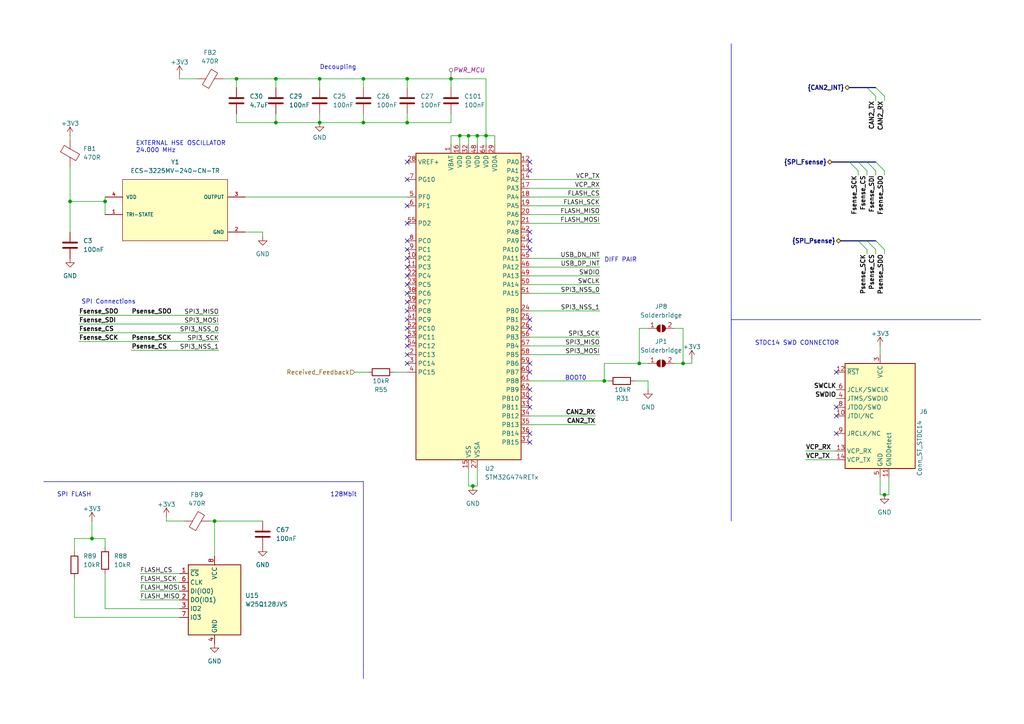
<source format=kicad_sch>
(kicad_sch (version 20250114) (generator "eeschema") (generator_version "9.0")
  (paper "A4")
  (title_block (title "Sensor MCU") (date "2025-08-23") (rev "0") (company "E.R.I.G. e.V"))
  (lib_symbols
    (symbol "24MHz OSCILLATOR:ECS-3225MV-240-CN-TR" (pin_names (offset 1.016))
      (property "Reference" "Y" (at -15.5364 8.1503 0))
      (property "Value" "ECS-3225MV-240-CN-TR" (at -15.0127 -12.977 0))
      (symbol "ECS-3225MV-240-CN-TR_0_0"
        (rectangle (start -15.24 -10.16) (end 15.24 7.62) (stroke (width 0.1524)) (fill (type background)))
        (pin input line (at -20.32 2.54 0) (length 5.08) (name "VDD") (number "4"))
        (pin input line (at -20.32 -2.54 0) (length 5.08) (name "TRI-STATE") (number "1"))
        (pin output line (at 20.32 2.54 180) (length 5.08) (name "OUTPUT") (number "3"))
        (pin power_in line (at 20.32 -7.62 180) (length 5.08) (name "GND") (number "2"))
      )
    )
    (symbol "Connector:Conn_ST_STDC14"
      (property "Reference" "J" (at -8.89 16.51 0))
      (property "Value" "Conn_ST_STDC14" (at 17.78 16.51 0))
      (symbol "Conn_ST_STDC14_0_1"
        (rectangle (start -10.16 15.24) (end 10.16 -15.24) (stroke (width 0.254)) (fill (type background)))
      )
      (symbol "Conn_ST_STDC14_1_1"
        (pin no_connect line (at -10.16 5.08 0) (length 2.54) (hide yes) (name "NC") (number "1"))
        (pin no_connect line (at -10.16 2.54 0) (length 2.54) (hide yes) (name "NC") (number "2"))
        (pin passive line (at -2.54 -17.78 90) (length 2.54) (name "GNDDetect") (number "11"))
        (pin power_in line (at 0 17.78 270) (length 2.54) (name "VCC") (number "3"))
        (pin power_in line (at 0 -17.78 90) (length 2.54) (name "GND") (number "5"))
        (pin passive line (at 0 -17.78 90) (length 2.54) (hide yes) (name "GND") (number "7"))
        (pin open_collector line (at 12.7 12.7 180) (length 2.54) (name "~{RST}") (number "12"))
        (pin output line (at 12.7 7.62 180) (length 2.54) (name "JCLK/SWCLK") (number "6"))
        (pin bidirectional line (at 12.7 5.08 180) (length 2.54) (name "JTMS/SWDIO") (number "4"))
        (pin input line (at 12.7 2.54 180) (length 2.54) (name "JTDO/SWO") (number "8"))
        (pin output line (at 12.7 0 180) (length 2.54) (name "JTDI/NC") (number "10"))
        (pin input line (at 12.7 -5.08 180) (length 2.54) (name "JRCLK/NC") (number "9"))
        (pin output line (at 12.7 -10.16 180) (length 2.54) (name "VCP_RX") (number "13"))
        (pin input line (at 12.7 -12.7 180) (length 2.54) (name "VCP_TX") (number "14"))
      )
    )
    (symbol "Device:C" (pin_numbers (hide yes)) (pin_names (offset 0.254))
      (property "Reference" "C" (at 0.635 2.54 0))
      (property "Value" "C" (at 0.635 -2.54 0))
      (symbol "C_0_1"
        (polyline (pts (xy -2.032 0.762) (xy 2.032 0.762)) (stroke (width 0.508)))
        (polyline (pts (xy -2.032 -0.762) (xy 2.032 -0.762)) (stroke (width 0.508)))
      )
      (symbol "C_1_1"
        (pin passive line (at 0 3.81 270) (length 2.794) (name "~") (number "1"))
        (pin passive line (at 0 -3.81 90) (length 2.794) (name "~") (number "2"))
      )
    )
    (symbol "Device:FerriteBead" (pin_numbers (hide yes)) (pin_names (offset 0))
      (property "Reference" "FB" (at -3.81 0.635 90))
      (property "Value" "FerriteBead" (at 3.81 0 90))
      (symbol "FerriteBead_0_1"
        (polyline (pts (xy -2.7686 0.4064) (xy -1.7018 2.2606) (xy 2.7686 -0.3048) (xy 1.6764 -2.159) (xy -2.7686 0.4064)))
        (polyline (pts (xy 0 1.27) (xy 0 1.2954)))
        (polyline (pts (xy 0 -1.27) (xy 0 -1.2192)))
      )
      (symbol "FerriteBead_1_1"
        (pin passive line (at 0 3.81 270) (length 2.54) (name "~") (number "1"))
        (pin passive line (at 0 -3.81 90) (length 2.54) (name "~") (number "2"))
      )
    )
    (symbol "Device:R" (pin_numbers (hide yes)) (pin_names (offset 0))
      (property "Reference" "R" (at 2.032 0 90))
      (property "Value" "R" (at 0 0 90))
      (symbol "R_0_1"
        (rectangle (start -1.016 -2.54) (end 1.016 2.54) (stroke (width 0.254)))
      )
      (symbol "R_1_1"
        (pin passive line (at 0 3.81 270) (length 1.27) (name "~") (number "1"))
        (pin passive line (at 0 -3.81 90) (length 1.27) (name "~") (number "2"))
      )
    )
    (symbol "Jumper:SolderJumper_2_Open" (pin_names (offset 0) (hide yes))
      (property "Reference" "JP" (at 0 2.032 0))
      (property "Value" "SolderJumper_2_Open" (at 0 -2.54 0))
      (symbol "SolderJumper_2_Open_0_1"
        (polyline (pts (xy -0.254 1.016) (xy -0.254 -1.016)))
        (arc (start -0.254 -1.016) (mid -1.2656 0) (end -0.254 1.016))
        (arc (start -0.254 -1.016) (mid -1.2656 0) (end -0.254 1.016) (fill (type outline)))
        (arc (start 0.254 1.016) (mid 1.2656 0) (end 0.254 -1.016))
        (arc (start 0.254 1.016) (mid 1.2656 0) (end 0.254 -1.016) (fill (type outline)))
        (polyline (pts (xy 0.254 1.016) (xy 0.254 -1.016)))
      )
      (symbol "SolderJumper_2_Open_1_1"
        (pin passive line (at -3.81 0 0) (length 2.54) (name "A") (number "1"))
        (pin passive line (at 3.81 0 180) (length 2.54) (name "B") (number "2"))
      )
    )
    (symbol "MCU_ST_STM32G4:STM32G474RETx"
      (property "Reference" "U" (at -15.24 46.99 0))
      (property "Value" "STM32G474RETx" (at 10.16 46.99 0))
      (symbol "STM32G474RETx_0_1"
        (rectangle (start -15.24 -43.18) (end 15.24 45.72) (stroke (width 0.254)) (fill (type background)))
      )
      (symbol "STM32G474RETx_1_1"
        (pin input line (at -17.78 43.18 0) (length 2.54) (name "VREF+") (number "28"))
        (pin bidirectional line (at -17.78 38.1 0) (length 2.54) (name "PG10") (number "7"))
        (pin bidirectional line (at -17.78 33.02 0) (length 2.54) (name "PF0") (number "5"))
        (pin bidirectional line (at -17.78 30.48 0) (length 2.54) (name "PF1") (number "6"))
        (pin bidirectional line (at -17.78 25.4 0) (length 2.54) (name "PD2") (number "55"))
        (pin bidirectional line (at -17.78 20.32 0) (length 2.54) (name "PC0") (number "8"))
        (pin bidirectional line (at -17.78 17.78 0) (length 2.54) (name "PC1") (number "9"))
        (pin bidirectional line (at -17.78 15.24 0) (length 2.54) (name "PC2") (number "10"))
        (pin bidirectional line (at -17.78 12.7 0) (length 2.54) (name "PC3") (number "11"))
        (pin bidirectional line (at -17.78 10.16 0) (length 2.54) (name "PC4") (number "22"))
        (pin bidirectional line (at -17.78 7.62 0) (length 2.54) (name "PC5") (number "23"))
        (pin bidirectional line (at -17.78 5.08 0) (length 2.54) (name "PC6") (number "38"))
        (pin bidirectional line (at -17.78 2.54 0) (length 2.54) (name "PC7") (number "39"))
        (pin bidirectional line (at -17.78 0 0) (length 2.54) (name "PC8") (number "40"))
        (pin bidirectional line (at -17.78 -2.54 0) (length 2.54) (name "PC9") (number "41"))
        (pin bidirectional line (at -17.78 -5.08 0) (length 2.54) (name "PC10") (number "52"))
        (pin bidirectional line (at -17.78 -7.62 0) (length 2.54) (name "PC11") (number "53"))
        (pin bidirectional line (at -17.78 -10.16 0) (length 2.54) (name "PC12") (number "54"))
        (pin bidirectional line (at -17.78 -12.7 0) (length 2.54) (name "PC13") (number "2"))
        (pin bidirectional line (at -17.78 -15.24 0) (length 2.54) (name "PC14") (number "3"))
        (pin bidirectional line (at -17.78 -17.78 0) (length 2.54) (name "PC15") (number "4"))
        (pin power_in line (at -5.08 48.26 270) (length 2.54) (name "VBAT") (number "1"))
        (pin power_in line (at -2.54 48.26 270) (length 2.54) (name "VDD") (number "16"))
        (pin power_in line (at 0 48.26 270) (length 2.54) (name "VDD") (number "32"))
        (pin power_in line (at 0 -45.72 90) (length 2.54) (name "VSS") (number "15"))
        (pin passive line (at 0 -45.72 90) (length 2.54) (hide yes) (name "VSS") (number "31"))
        (pin passive line (at 0 -45.72 90) (length 2.54) (hide yes) (name "VSS") (number "47"))
        (pin passive line (at 0 -45.72 90) (length 2.54) (hide yes) (name "VSS") (number "63"))
        (pin power_in line (at 2.54 48.26 270) (length 2.54) (name "VDD") (number "48"))
        (pin power_in line (at 2.54 -45.72 90) (length 2.54) (name "VSSA") (number "27"))
        (pin power_in line (at 5.08 48.26 270) (length 2.54) (name "VDD") (number "64"))
        (pin power_in line (at 7.62 48.26 270) (length 2.54) (name "VDDA") (number "29"))
        (pin bidirectional line (at 17.78 43.18 180) (length 2.54) (name "PA0") (number "12"))
        (pin bidirectional line (at 17.78 40.64 180) (length 2.54) (name "PA1") (number "13"))
        (pin bidirectional line (at 17.78 38.1 180) (length 2.54) (name "PA2") (number "14"))
        (pin bidirectional line (at 17.78 35.56 180) (length 2.54) (name "PA3") (number "17"))
        (pin bidirectional line (at 17.78 33.02 180) (length 2.54) (name "PA4") (number "18"))
        (pin bidirectional line (at 17.78 30.48 180) (length 2.54) (name "PA5") (number "19"))
        (pin bidirectional line (at 17.78 27.94 180) (length 2.54) (name "PA6") (number "20"))
        (pin bidirectional line (at 17.78 25.4 180) (length 2.54) (name "PA7") (number "21"))
        (pin bidirectional line (at 17.78 22.86 180) (length 2.54) (name "PA8") (number "42"))
        (pin bidirectional line (at 17.78 20.32 180) (length 2.54) (name "PA9") (number "43"))
        (pin bidirectional line (at 17.78 17.78 180) (length 2.54) (name "PA10") (number "44"))
        (pin bidirectional line (at 17.78 15.24 180) (length 2.54) (name "PA11") (number "45"))
        (pin bidirectional line (at 17.78 12.7 180) (length 2.54) (name "PA12") (number "46"))
        (pin bidirectional line (at 17.78 10.16 180) (length 2.54) (name "PA13") (number "49"))
        (pin bidirectional line (at 17.78 7.62 180) (length 2.54) (name "PA14") (number "50"))
        (pin bidirectional line (at 17.78 5.08 180) (length 2.54) (name "PA15") (number "51"))
        (pin bidirectional line (at 17.78 0 180) (length 2.54) (name "PB0") (number "24"))
        (pin bidirectional line (at 17.78 -2.54 180) (length 2.54) (name "PB1") (number "25"))
        (pin bidirectional line (at 17.78 -5.08 180) (length 2.54) (name "PB2") (number "26"))
        (pin bidirectional line (at 17.78 -7.62 180) (length 2.54) (name "PB3") (number "56"))
        (pin bidirectional line (at 17.78 -10.16 180) (length 2.54) (name "PB4") (number "57"))
        (pin bidirectional line (at 17.78 -12.7 180) (length 2.54) (name "PB5") (number "58"))
        (pin bidirectional line (at 17.78 -15.24 180) (length 2.54) (name "PB6") (number "59"))
        (pin bidirectional line (at 17.78 -17.78 180) (length 2.54) (name "PB7") (number "60"))
        (pin bidirectional line (at 17.78 -20.32 180) (length 2.54) (name "PB8") (number "61"))
        (pin bidirectional line (at 17.78 -22.86 180) (length 2.54) (name "PB9") (number "62"))
        (pin bidirectional line (at 17.78 -25.4 180) (length 2.54) (name "PB10") (number "30"))
        (pin bidirectional line (at 17.78 -27.94 180) (length 2.54) (name "PB11") (number "33"))
        (pin bidirectional line (at 17.78 -30.48 180) (length 2.54) (name "PB12") (number "34"))
        (pin bidirectional line (at 17.78 -33.02 180) (length 2.54) (name "PB13") (number "35"))
        (pin bidirectional line (at 17.78 -35.56 180) (length 2.54) (name "PB14") (number "36"))
        (pin bidirectional line (at 17.78 -38.1 180) (length 2.54) (name "PB15") (number "37"))
      )
    )
    (symbol "Memory_Flash:W25Q128JVS"
      (property "Reference" "U" (at -8.89 8.89 0))
      (property "Value" "W25Q128JVS" (at 7.62 8.89 0))
      (symbol "W25Q128JVS_0_1"
        (rectangle (start -7.62 10.16) (end 7.62 -10.16) (stroke (width 0.254)) (fill (type background)))
      )
      (symbol "W25Q128JVS_1_1"
        (pin input line (at -10.16 7.62 0) (length 2.54) (name "~{CS}") (number "1"))
        (pin input line (at -10.16 5.08 0) (length 2.54) (name "CLK") (number "6"))
        (pin bidirectional line (at -10.16 2.54 0) (length 2.54) (name "DI(IO0)") (number "5"))
        (pin bidirectional line (at -10.16 0 0) (length 2.54) (name "DO(IO1)") (number "2"))
        (pin bidirectional line (at -10.16 -2.54 0) (length 2.54) (name "IO2") (number "3"))
        (pin bidirectional line (at -10.16 -5.08 0) (length 2.54) (name "IO3") (number "7"))
        (pin power_in line (at 0 12.7 270) (length 2.54) (name "VCC") (number "8"))
        (pin power_in line (at 0 -12.7 90) (length 2.54) (name "GND") (number "4"))
      )
    )
    (symbol "power:+3V3" (power) (pin_numbers (hide yes)) (pin_names (offset 0) (hide yes))
      (property "Value" "+3V3" (at 0 3.556 0))
      (symbol "+3V3_0_1"
        (polyline (pts (xy -0.762 1.27) (xy 0 2.54)))
        (polyline (pts (xy 0 2.54) (xy 0.762 1.27)))
        (polyline (pts (xy 0 0) (xy 0 2.54)))
      )
      (symbol "+3V3_1_1"
        (pin power_in line (at 0 0 90) (length 0) (name "~") (number "1"))
      )
    )
    (symbol "power:GND" (power) (pin_names (offset 0))
      (property "Value" "GND" (at 0 -3.81 0))
      (symbol "GND_0_1"
        (polyline (pts (xy 0 0) (xy 0 -1.27) (xy 1.27 -1.27) (xy 0 -2.54) (xy -1.27 -1.27) (xy 0 -1.27)))
      )
      (symbol "GND_1_1"
        (pin power_in line (at 0 0 270) (length 0) (hide yes) (name "GND") (number "1"))
      )
    )
  )
  (text "SPI Connections" (at 31.496 87.63 0) (effects (font (size 1.27 1.27))))
  (text "EXTERNAL HSE OSCILLATOR\n24.000 MHz" (at 39.37 44.45 0) (effects (font (size 1.27 1.27)) (justify left bottom)))
  (text "128Mbit" (at 95.758 144.272 0) (effects (font (size 1.27 1.27)) (justify left bottom)))
  (text "Decoupling\n" (at 92.71 20.32 0) (effects (font (size 1.27 1.27)) (justify left bottom)))
  (text "SPI FLASH\n" (at 16.51 144.272 0) (effects (font (size 1.27 1.27)) (justify left bottom)))
  (text "BOOT0\n" (at 163.83 110.49 0) (effects (font (size 1.27 1.27)) (justify left bottom)))
  (text "DIFF PAIR\n" (at 175.26 76.2 0) (effects (font (size 1.27 1.27)) (justify left bottom)))
  (text "STDC14 SWD CONNECTOR\n" (at 218.948 100.33 0) (effects (font (size 1.27 1.27)) (justify left bottom)))
  (junction (at 256.54 143.51))
  (junction (at 135.89 39.37))
  (junction (at 62.23 151.13))
  (junction (at 105.41 35.56))
  (junction (at 140.97 39.37))
  (junction (at 185.42 105.41))
  (junction (at 133.35 39.37))
  (junction (at 175.26 110.49))
  (junction (at 80.01 22.86))
  (junction (at 118.11 22.86))
  (junction (at 30.48 58.42))
  (junction (at 92.71 35.56))
  (junction (at 68.58 22.86))
  (junction (at 138.43 39.37))
  (junction (at 80.01 35.56))
  (junction (at 198.12 105.41))
  (junction (at 137.16 140.97))
  (junction (at 20.32 58.42))
  (junction (at 26.67 156.21))
  (junction (at 92.71 22.86))
  (junction (at 118.11 35.56))
  (junction (at 105.41 22.86))
  (junction (at 130.81 22.86))
  (no_connect (at 118.11 92.71))
  (no_connect (at 153.67 105.41))
  (no_connect (at 153.67 72.39))
  (no_connect (at 153.67 107.95))
  (no_connect (at 118.11 64.77))
  (no_connect (at 153.67 67.31))
  (no_connect (at 118.11 87.63))
  (no_connect (at 153.67 118.11))
  (no_connect (at 242.57 125.73))
  (no_connect (at 118.11 105.41))
  (no_connect (at 242.57 120.65))
  (no_connect (at 153.67 125.73))
  (no_connect (at 118.11 46.99))
  (no_connect (at 153.67 92.71))
  (no_connect (at 153.67 49.53))
  (no_connect (at 153.67 113.03))
  (no_connect (at 153.67 69.85))
  (no_connect (at 118.11 97.79))
  (no_connect (at 118.11 100.33))
  (no_connect (at 118.11 95.25))
  (no_connect (at 118.11 59.69))
  (no_connect (at 242.57 118.11))
  (no_connect (at 153.67 46.99))
  (no_connect (at 242.57 107.95))
  (no_connect (at 118.11 90.17))
  (no_connect (at 153.67 115.57))
  (no_connect (at 118.11 82.55))
  (no_connect (at 153.67 95.25))
  (no_connect (at 118.11 102.87))
  (no_connect (at 118.11 69.85))
  (no_connect (at 118.11 74.93))
  (no_connect (at 118.11 72.39))
  (no_connect (at 153.67 128.27))
  (no_connect (at 118.11 80.01))
  (no_connect (at 118.11 52.07))
  (no_connect (at 118.11 77.47))
  (no_connect (at 118.11 85.09))
  (bus_entry (at 251.46 49.53) (size -2.54 -2.54))
  (bus_entry (at 256.54 49.53) (size -2.54 -2.54))
  (bus_entry (at 256.54 72.39) (size -2.54 -2.54))
  (bus_entry (at 254 72.39) (size -2.54 -2.54))
  (bus_entry (at 254 27.94) (size -2.54 -2.54))
  (bus_entry (at 256.54 27.94) (size -2.54 -2.54))
  (bus_entry (at 251.46 72.39) (size -2.54 -2.54))
  (bus_entry (at 248.92 49.53) (size -2.54 -2.54))
  (bus_entry (at 254 49.53) (size -2.54 -2.54))
  (wire (pts (xy 138.43 41.91) (xy 138.43 39.37)))
  (wire (pts (xy 255.27 138.43) (xy 255.27 143.51)))
  (wire (pts (xy 21.59 156.21) (xy 26.67 156.21)))
  (bus (pts (xy 254 69.85) (xy 251.46 69.85)))
  (wire (pts (xy 20.32 58.42) (xy 20.32 67.31)))
  (wire (pts (xy 130.81 33.02) (xy 130.81 35.56)))
  (wire (pts (xy 153.67 90.17) (xy 173.99 90.17)))
  (wire (pts (xy 21.59 179.07) (xy 52.07 179.07)))
  (wire (pts (xy 105.41 35.56) (xy 118.11 35.56)))
  (wire (pts (xy 40.64 168.91) (xy 52.07 168.91)))
  (wire (pts (xy 173.99 82.55) (xy 153.67 82.55)))
  (wire (pts (xy 22.86 93.98) (xy 63.5 93.98)))
  (wire (pts (xy 76.2 67.31) (xy 76.2 68.58)))
  (wire (pts (xy 187.96 110.49) (xy 184.15 110.49)))
  (polyline (pts (xy 212.09 12.7) (xy 212.09 96.52)))
  (wire (pts (xy 92.71 22.86) (xy 105.41 22.86)))
  (wire (pts (xy 153.67 97.79) (xy 173.99 97.79)))
  (wire (pts (xy 102.87 107.95) (xy 106.68 107.95)))
  (wire (pts (xy 71.12 57.15) (xy 118.11 57.15)))
  (wire (pts (xy 256.54 29.21) (xy 256.54 27.94)))
  (wire (pts (xy 233.68 133.35) (xy 242.57 133.35)))
  (wire (pts (xy 138.43 39.37) (xy 135.89 39.37)))
  (wire (pts (xy 195.58 95.25) (xy 198.12 95.25)))
  (wire (pts (xy 20.32 48.26) (xy 20.32 58.42)))
  (wire (pts (xy 255.27 100.33) (xy 255.27 102.87)))
  (wire (pts (xy 153.67 57.15) (xy 173.99 57.15)))
  (wire (pts (xy 62.23 151.13) (xy 76.2 151.13)))
  (wire (pts (xy 130.81 41.91) (xy 130.81 39.37)))
  (wire (pts (xy 140.97 41.91) (xy 140.97 39.37)))
  (wire (pts (xy 173.99 74.93) (xy 153.67 74.93)))
  (wire (pts (xy 254 29.21) (xy 254 27.94)))
  (wire (pts (xy 200.66 104.14) (xy 200.66 105.41)))
  (wire (pts (xy 22.86 91.44) (xy 63.5 91.44)))
  (wire (pts (xy 140.97 39.37) (xy 138.43 39.37)))
  (wire (pts (xy 195.58 105.41) (xy 198.12 105.41)))
  (polyline (pts (xy 212.09 92.71) (xy 284.48 92.71)))
  (wire (pts (xy 21.59 167.64) (xy 21.59 179.07)))
  (wire (pts (xy 254 72.39) (xy 254 73.66)))
  (wire (pts (xy 135.89 39.37) (xy 135.89 41.91)))
  (wire (pts (xy 80.01 33.02) (xy 80.01 35.56)))
  (wire (pts (xy 52.07 21.59) (xy 52.07 22.86)))
  (wire (pts (xy 130.81 35.56) (xy 118.11 35.56)))
  (wire (pts (xy 153.67 85.09) (xy 173.99 85.09)))
  (wire (pts (xy 26.67 156.21) (xy 30.48 156.21)))
  (wire (pts (xy 153.67 120.65) (xy 172.72 120.65)))
  (bus (pts (xy 251.46 69.85) (xy 248.92 69.85)))
  (wire (pts (xy 68.58 22.86) (xy 64.77 22.86)))
  (wire (pts (xy 175.26 105.41) (xy 175.26 110.49)))
  (wire (pts (xy 257.81 143.51) (xy 257.81 138.43)))
  (wire (pts (xy 92.71 22.86) (xy 92.71 25.4)))
  (wire (pts (xy 30.48 58.42) (xy 30.48 57.15)))
  (wire (pts (xy 135.89 140.97) (xy 137.16 140.97)))
  (bus (pts (xy 254 46.99) (xy 251.46 46.99)))
  (wire (pts (xy 40.64 166.37) (xy 52.07 166.37)))
  (wire (pts (xy 60.96 151.13) (xy 62.23 151.13)))
  (wire (pts (xy 140.97 22.86) (xy 140.97 39.37)))
  (wire (pts (xy 48.26 151.13) (xy 53.34 151.13)))
  (bus (pts (xy 248.92 69.85) (xy 243.84 69.85)))
  (wire (pts (xy 254 49.53) (xy 254 50.8)))
  (wire (pts (xy 30.48 158.75) (xy 30.48 156.21)))
  (wire (pts (xy 251.46 49.53) (xy 251.46 50.8)))
  (wire (pts (xy 68.58 22.86) (xy 80.01 22.86)))
  (bus (pts (xy 248.92 46.99) (xy 246.38 46.99)))
  (wire (pts (xy 130.81 22.86) (xy 130.81 25.4)))
  (wire (pts (xy 185.42 105.41) (xy 175.26 105.41)))
  (polyline (pts (xy 105.41 193.04) (xy 105.41 196.85)))
  (polyline (pts (xy 212.09 151.13) (xy 212.09 92.71)))
  (wire (pts (xy 137.16 140.97) (xy 138.43 140.97)))
  (bus (pts (xy 254 25.4) (xy 251.46 25.4)))
  (wire (pts (xy 57.15 22.86) (xy 52.07 22.86)))
  (wire (pts (xy 62.23 151.13) (xy 62.23 161.29)))
  (wire (pts (xy 153.67 110.49) (xy 175.26 110.49)))
  (wire (pts (xy 153.67 64.77) (xy 173.99 64.77)))
  (wire (pts (xy 130.81 39.37) (xy 133.35 39.37)))
  (wire (pts (xy 92.71 33.02) (xy 92.71 35.56)))
  (bus (pts (xy 251.46 46.99) (xy 248.92 46.99)))
  (wire (pts (xy 133.35 41.91) (xy 133.35 39.37)))
  (wire (pts (xy 71.12 67.31) (xy 76.2 67.31)))
  (wire (pts (xy 153.67 52.07) (xy 173.99 52.07)))
  (wire (pts (xy 30.48 62.23) (xy 30.48 58.42)))
  (wire (pts (xy 153.67 59.69) (xy 173.99 59.69)))
  (wire (pts (xy 80.01 22.86) (xy 92.71 22.86)))
  (wire (pts (xy 130.81 22.86) (xy 140.97 22.86)))
  (wire (pts (xy 20.32 58.42) (xy 30.48 58.42)))
  (wire (pts (xy 114.3 107.95) (xy 118.11 107.95)))
  (bus (pts (xy 251.46 25.4) (xy 246.38 25.4)))
  (wire (pts (xy 185.42 95.25) (xy 187.96 95.25)))
  (wire (pts (xy 153.67 123.19) (xy 172.72 123.19)))
  (wire (pts (xy 40.64 173.99) (xy 52.07 173.99)))
  (wire (pts (xy 38.1 101.6) (xy 63.5 101.6)))
  (wire (pts (xy 153.67 100.33) (xy 173.99 100.33)))
  (wire (pts (xy 68.58 25.4) (xy 68.58 22.86)))
  (wire (pts (xy 80.01 22.86) (xy 80.01 25.4)))
  (wire (pts (xy 80.01 35.56) (xy 92.71 35.56)))
  (wire (pts (xy 143.51 41.91) (xy 143.51 39.37)))
  (wire (pts (xy 68.58 35.56) (xy 80.01 35.56)))
  (wire (pts (xy 143.51 39.37) (xy 140.97 39.37)))
  (wire (pts (xy 153.67 102.87) (xy 173.99 102.87)))
  (wire (pts (xy 22.86 99.06) (xy 63.5 99.06)))
  (polyline (pts (xy 105.41 193.04) (xy 105.41 139.7)))
  (wire (pts (xy 68.58 33.02) (xy 68.58 35.56)))
  (wire (pts (xy 138.43 140.97) (xy 138.43 135.89)))
  (polyline (pts (xy 105.41 139.7) (xy 12.7 139.7)))
  (wire (pts (xy 30.48 166.37) (xy 30.48 176.53)))
  (wire (pts (xy 20.32 39.37) (xy 20.32 40.64)))
  (wire (pts (xy 118.11 22.86) (xy 130.81 22.86)))
  (wire (pts (xy 118.11 25.4) (xy 118.11 22.86)))
  (wire (pts (xy 40.64 171.45) (xy 52.07 171.45)))
  (bus (pts (xy 246.38 46.99) (xy 241.3 46.99)))
  (wire (pts (xy 256.54 143.51) (xy 257.81 143.51)))
  (wire (pts (xy 153.67 54.61) (xy 173.99 54.61)))
  (wire (pts (xy 256.54 50.8) (xy 256.54 49.53)))
  (wire (pts (xy 118.11 35.56) (xy 118.11 33.02)))
  (wire (pts (xy 48.26 149.86) (xy 48.26 151.13)))
  (wire (pts (xy 256.54 73.66) (xy 256.54 72.39)))
  (wire (pts (xy 255.27 143.51) (xy 256.54 143.51)))
  (wire (pts (xy 153.67 62.23) (xy 173.99 62.23)))
  (wire (pts (xy 26.67 151.13) (xy 26.67 156.21)))
  (wire (pts (xy 92.71 35.56) (xy 105.41 35.56)))
  (wire (pts (xy 105.41 33.02) (xy 105.41 35.56)))
  (wire (pts (xy 173.99 77.47) (xy 153.67 77.47)))
  (wire (pts (xy 187.96 105.41) (xy 185.42 105.41)))
  (wire (pts (xy 248.92 50.8) (xy 248.92 49.53)))
  (wire (pts (xy 175.26 110.49) (xy 176.53 110.49)))
  (wire (pts (xy 22.86 96.52) (xy 63.5 96.52)))
  (wire (pts (xy 251.46 73.66) (xy 251.46 72.39)))
  (wire (pts (xy 52.07 176.53) (xy 30.48 176.53)))
  (wire (pts (xy 185.42 105.41) (xy 185.42 95.25)))
  (wire (pts (xy 187.96 113.03) (xy 187.96 110.49)))
  (wire (pts (xy 133.35 39.37) (xy 135.89 39.37)))
  (wire (pts (xy 233.68 130.81) (xy 242.57 130.81)))
  (wire (pts (xy 21.59 156.21) (xy 21.59 160.02)))
  (wire (pts (xy 105.41 25.4) (xy 105.41 22.86)))
  (wire (pts (xy 173.99 80.01) (xy 153.67 80.01)))
  (wire (pts (xy 198.12 105.41) (xy 200.66 105.41)))
  (wire (pts (xy 135.89 135.89) (xy 135.89 140.97)))
  (wire (pts (xy 198.12 95.25) (xy 198.12 105.41)))
  (wire (pts (xy 105.41 22.86) (xy 118.11 22.86)))
  (label "SPI3_MOSI" (at 173.99 102.87 180))
  (label "CAN2_TX" (at 254 29.21 270) (effects (font (bold yes))))
  (label "FLASH_MISO" (at 173.99 62.23 180))
  (label "FLASH_CS" (at 173.99 57.15 180))
  (label "Psense_CS" (at 254 73.66 270) (effects (font (bold yes))))
  (label "VCP_RX" (at 233.68 130.81 0) (effects (font (bold yes))))
  (label "SPI3_NSS_0" (at 63.5 96.52 180))
  (label "VCP_TX" (at 233.68 133.35 0) (effects (font (bold yes))))
  (label "Fsense_CS" (at 251.46 50.8 270) (effects (font (bold yes))))
  (label "Fsense_SDO" (at 22.86 91.44 0) (effects (font (bold yes))))
  (label "USB_DP_INT" (at 173.99 77.47 180))
  (label "CAN2_RX" (at 256.54 29.21 270) (effects (font (bold yes))))
  (label "VCP_RX" (at 173.99 54.61 180))
  (label "USB_DN_INT" (at 173.99 74.93 180))
  (label "FLASH_SCK" (at 173.99 59.69 180))
  (label "SPI3_MISO" (at 63.5 91.44 180))
  (label "FLASH_CS" (at 40.64 166.37 0))
  (label "Psense_CS" (at 38.1 101.6 0) (effects (font (bold yes))))
  (label "CAN2_RX" (at 172.72 120.65 180) (effects (font (bold yes))))
  (label "Fsense_SCK" (at 248.92 50.8 270) (effects (font (bold yes))))
  (label "SWDIO" (at 173.99 80.01 180))
  (label "Psense_SDO" (at 38.1 91.44 0) (effects (font (bold yes))))
  (label "Fsense_CS" (at 22.86 96.52 0) (effects (font (bold yes))))
  (label "CAN2_TX" (at 172.72 123.19 180) (effects (font (bold yes))))
  (label "Psense_SCK" (at 38.1 99.06 0) (effects (font (bold yes))))
  (label "SPI3_NSS_0" (at 173.99 85.09 180))
  (label "SPI3_MISO" (at 173.99 100.33 180))
  (label "SWDIO" (at 242.57 115.57 180) (effects (font (bold yes))))
  (label "Psense_SDO" (at 256.54 73.66 270) (effects (font (bold yes))))
  (label "FLASH_SCK" (at 40.64 168.91 0))
  (label "SPI3_SCK" (at 173.99 97.79 180))
  (label "SPI3_SCK" (at 63.5 99.06 180))
  (label "VCP_TX" (at 173.99 52.07 180))
  (label "SPI3_NSS_1" (at 63.5 101.6 180))
  (label "FLASH_MISO" (at 40.64 173.99 0))
  (label "SPI3_NSS_1" (at 173.99 90.17 180))
  (label "Fsense_SDI" (at 22.86 93.98 0) (effects (font (bold yes))))
  (label "Fsense_SCK" (at 22.86 99.06 0) (effects (font (bold yes))))
  (label "SWCLK" (at 242.57 113.03 180) (effects (font (bold yes))))
  (label "FLASH_MOSI" (at 173.99 64.77 180))
  (label "FLASH_MOSI" (at 40.64 171.45 0))
  (label "Psense_SCK" (at 251.46 73.66 270) (effects (font (bold yes))))
  (label "SWCLK" (at 173.99 82.55 180))
  (label "Fsense_SDO" (at 256.54 50.8 270) (effects (font (bold yes))))
  (label "SPI3_MOSI" (at 63.5 93.98 180))
  (label "Fsense_SDI" (at 254 50.8 270) (effects (font (bold yes))))
  (hierarchical_label "{SPI_Psense}" (shape bidirectional) (at 243.84 69.85 180) (effects (font (bold yes))))
  (hierarchical_label "{SPI_Fsense}" (shape bidirectional) (at 241.3 46.99 180) (effects (font (bold yes))))
  (hierarchical_label "Received_Feedback" (shape input) (at 102.87 107.95 180))
  (hierarchical_label "{CAN2_INT}" (shape bidirectional) (at 246.38 25.4 180) (effects (font (bold yes))))
  (netclass_flag "" (length 2.54) (shape round) (at 130.81 22.86 0) (property "Netclass" "PWR_MCU" (at 131.4196 20.32 0) (effects (font (italic yes)) (justify left))))
  (symbol (lib_id "power:GND") (at 76.2 68.58 0) (unit 1)
    (property "Reference" "#PWR059" (effects (hide yes)))
    (property "Value" "GND" (at 76.2 73.66 0))
  )
  (symbol (lib_id "Device:C") (at 118.11 29.21 0) (unit 1)
    (property "Reference" "C27" (at 121.92 27.94 0) (effects (justify left)))
    (property "Value" "100nF" (at 121.92 30.48 0) (effects (justify left)))
    (property "Footprint" "Capacitor_SMD:C_0603_1608Metric" (effects (hide yes)))
    (property "Datasheet" "WE 885012206020" (effects (hide yes)))
    (property "Voltage" "10V" (effects (hide yes)))
  )
  (symbol (lib_id "Device:C") (at 68.58 29.21 0) (unit 1)
    (property "Reference" "C30" (at 72.39 27.94 0) (effects (justify left)))
    (property "Value" "4.7uF" (at 72.39 30.48 0) (effects (justify left)))
    (property "Footprint" "Capacitor_SMD:C_1210_3225Metric" (effects (hide yes)))
    (property "Datasheet" "WE 885012109008" (effects (hide yes)))
    (property "Voltage" "16V" (effects (hide yes)))
  )
  (symbol (lib_id "Device:C") (at 92.71 29.21 0) (unit 1)
    (property "Reference" "C25" (at 96.52 27.94 0) (effects (justify left)))
    (property "Value" "100nF" (at 96.52 30.48 0) (effects (justify left)))
    (property "Footprint" "Capacitor_SMD:C_0603_1608Metric" (effects (hide yes)))
    (property "Datasheet" "WE 885012206020" (effects (hide yes)))
    (property "Voltage" "10V" (effects (hide yes)))
  )
  (symbol (lib_id "Memory_Flash:W25Q128JVS") (at 62.23 173.99 0) (unit 1)
    (property "Reference" "U15" (at 71.12 172.7199 0) (effects (justify left)))
    (property "Value" "W25Q128JVS" (at 71.12 175.2599 0) (effects (justify left)))
    (property "Footprint" "Package_SO:SOIC-8_5.23x5.23mm_P1.27mm" (effects (hide yes)))
    (property "Datasheet" "http://www.winbond.com/resource-files/w25q128jv_dtr%20revc%2003272018%20plus.pdf" (effects (hide yes)))
    (property "Description" "128Mb Serial Flash Memory, Standard/Dual/Quad SPI, SOIC-8" (effects (hide yes)))
  )
  (symbol (lib_id "power:GND") (at 256.54 143.51 0) (unit 1)
    (property "Reference" "#PWR054" (effects (hide yes)))
    (property "Value" "GND" (at 256.54 148.59 0))
  )
  (symbol (lib_id "Device:C") (at 105.41 29.21 0) (unit 1)
    (property "Reference" "C26" (at 109.22 27.94 0) (effects (justify left)))
    (property "Value" "100nF" (at 109.22 30.48 0) (effects (justify left)))
    (property "Footprint" "Capacitor_SMD:C_0603_1608Metric" (effects (hide yes)))
    (property "Datasheet" "WE 885012206020" (effects (hide yes)))
    (property "Voltage" "10V" (effects (hide yes)))
  )
  (symbol (lib_id "power:+3V3") (at 20.32 39.37 0) (unit 1)
    (property "Reference" "#PWR017" (effects (hide yes)))
    (property "Value" "+3V3" (at 20.32 35.814 0))
    (property "Description" "Power symbol creates a global label with name \"+3V3\"" (effects (hide yes)))
  )
  (symbol (lib_id "power:+3V3") (at 48.26 149.86 0) (unit 1)
    (property "Reference" "#PWR014" (effects (hide yes)))
    (property "Value" "+3V3" (at 48.26 146.304 0))
    (property "Description" "Power symbol creates a global label with name \"+3V3\"" (effects (hide yes)))
  )
  (symbol (lib_id "Device:C") (at 20.32 71.12 0) (unit 1)
    (property "Reference" "C3" (at 24.13 69.85 0) (effects (justify left)))
    (property "Value" "100nF" (at 24.13 72.39 0) (effects (justify left)))
    (property "Footprint" "Capacitor_SMD:C_0603_1608Metric" (effects (hide yes)))
    (property "Datasheet" "WE 885012206020" (effects (hide yes)))
    (property "Voltage" "10V" (effects (hide yes)))
  )
  (symbol (lib_id "power:GND") (at 20.32 74.93 0) (unit 1)
    (property "Reference" "#PWR061" (effects (hide yes)))
    (property "Value" "GND" (at 20.32 80.01 0))
  )
  (symbol (lib_id "Jumper:SolderJumper_2_Open") (at 191.77 95.25 0) (unit 1)
    (property "Reference" "JP8" (at 191.77 88.9 0))
    (property "Value" "Solderbridge" (at 191.77 91.44 0))
    (property "Footprint" "Jumper:SolderJumper-2_P1.3mm_Open_Pad1.0x1.5mm" (effects (hide yes)))
  )
  (symbol (lib_id "power:GND") (at 92.71 35.56 0) (unit 1)
    (property "Reference" "#PWR011" (effects (hide yes)))
    (property "Value" "GND" (at 92.71 39.878 0))
  )
  (symbol (lib_id "Jumper:SolderJumper_2_Open") (at 191.77 105.41 0) (unit 1)
    (property "Reference" "JP1" (at 191.77 99.06 0))
    (property "Value" "Solderbridge" (at 191.77 101.6 0))
    (property "Footprint" "Jumper:SolderJumper-2_P1.3mm_Open_Pad1.0x1.5mm" (effects (hide yes)))
  )
  (symbol (lib_id "Device:R") (at 110.49 107.95 270) (unit 1)
    (property "Reference" "R55" (at 110.49 113.03 90))
    (property "Value" "10kR" (at 110.49 110.49 90))
    (property "Footprint" "Resistor_SMD:R_0603_1608Metric" (effects (hide yes)))
  )
  (symbol (lib_id "MCU_ST_STM32G4:STM32G474RETx") (at 135.89 90.17 0) (unit 1)
    (property "Reference" "U2" (at 140.6241 135.89 0) (effects (justify left)))
    (property "Value" "STM32G474RETx" (at 140.6241 138.43 0) (effects (justify left)))
    (property "Footprint" "Package_QFP:LQFP-64_10x10mm_P0.5mm" (effects (hide yes)))
    (property "Datasheet" "https://www.st.com/resource/en/datasheet/stm32g474re.pdf" (effects (hide yes)))
  )
  (symbol (lib_id "power:+3V3") (at 255.27 100.33 0) (unit 1)
    (property "Reference" "#PWR019" (effects (hide yes)))
    (property "Value" "+3V3" (at 255.27 96.774 0))
    (property "Description" "Power symbol creates a global label with name \"+3V3\"" (effects (hide yes)))
  )
  (symbol (lib_id "Device:FerriteBead") (at 57.15 151.13 90) (unit 1)
    (property "Reference" "FB9" (at 57.0992 143.51 90))
    (property "Value" "470R" (at 57.0992 146.05 90))
    (property "Footprint" "Resistor_SMD:R_0603_1608Metric" (effects (hide yes)))
  )
  (symbol (lib_id "power:+3V3") (at 52.07 21.59 0) (unit 1)
    (property "Reference" "#PWR018" (effects (hide yes)))
    (property "Value" "+3V3" (at 52.07 18.034 0))
    (property "Description" "Power symbol creates a global label with name \"+3V3\"" (effects (hide yes)))
  )
  (symbol (lib_id "power:GND") (at 137.16 140.97 0) (unit 1)
    (property "Reference" "#PWR057" (effects (hide yes)))
    (property "Value" "GND" (at 137.16 146.05 0))
  )
  (symbol (lib_id "Device:R") (at 180.34 110.49 270) (unit 1)
    (property "Reference" "R31" (at 180.594 115.57 90))
    (property "Value" "10kR" (at 180.594 113.03 90))
    (property "Footprint" "Resistor_SMD:R_0603_1608Metric" (effects (hide yes)))
  )
  (symbol (lib_id "Device:R") (at 30.48 162.56 0) (unit 1)
    (property "Reference" "R88" (at 33.02 161.29 0) (effects (justify left)))
    (property "Value" "10kR" (at 33.02 163.83 0) (effects (justify left)))
    (property "Footprint" "Resistor_SMD:R_0603_1608Metric" (effects (hide yes)))
  )
  (symbol (lib_id "power:GND") (at 76.2 158.75 0) (unit 1)
    (property "Reference" "#PWR0150" (effects (hide yes)))
    (property "Value" "GND" (at 76.2 163.83 0))
  )
  (symbol (lib_id "24MHz OSCILLATOR:ECS-3225MV-240-CN-TR") (at 50.8 59.69 0) (unit 1)
    (property "Reference" "Y1" (at 50.8 46.99 0))
    (property "Value" "ECS-3225MV-240-CN-TR" (at 50.8 49.53 0))
    (property "Footprint" "footprints:OSC_ECS-3225MV-240-CN-TR" (effects (hide yes)))
  )
  (symbol (lib_id "Device:FerriteBead") (at 20.32 44.45 0) (unit 1)
    (property "Reference" "FB1" (at 24.13 43.1292 0) (effects (justify left)))
    (property "Value" "470R" (at 24.13 45.6692 0) (effects (justify left)))
    (property "Footprint" "Resistor_SMD:R_0603_1608Metric" (effects (hide yes)))
  )
  (symbol (lib_id "Connector:Conn_ST_STDC14") (at 255.27 120.65 0) (mirror y) (unit 1)
    (property "Reference" "J6" (at 266.7 119.38 0) (effects (justify right)))
    (property "Value" "Conn_ST_STDC14" (at 266.7 121.92 90) (effects (justify right)))
    (property "Footprint" "footprints:SAMTEC_FTSH-107-01-L-DV-K-A" (effects (hide yes)))
    (property "Datasheet" "https://www.st.com/content/ccc/resource/technical/document/user_manual/group1/99/49/91/b6/b2/3a/46/e5/DM00526767/files/DM00526767.pdf/jcr:content/translations/en.DM00526767.pdf" (effects (hide yes)))
  )
  (symbol (lib_id "Device:R") (at 21.59 163.83 0) (unit 1)
    (property "Reference" "R89" (at 24.13 161.29 0) (effects (justify left)))
    (property "Value" "10kR" (at 24.13 163.83 0) (effects (justify left)))
    (property "Footprint" "Resistor_SMD:R_0603_1608Metric" (effects (hide yes)))
  )
  (symbol (lib_id "Device:C") (at 80.01 29.21 0) (unit 1)
    (property "Reference" "C29" (at 83.82 27.94 0) (effects (justify left)))
    (property "Value" "100nF" (at 83.82 30.48 0) (effects (justify left)))
    (property "Footprint" "Capacitor_SMD:C_0603_1608Metric" (effects (hide yes)))
    (property "Datasheet" "WE 885012206020" (effects (hide yes)))
    (property "Voltage" "10V" (effects (hide yes)))
  )
  (symbol (lib_id "power:GND") (at 187.96 113.03 0) (unit 1)
    (property "Reference" "#PWR058" (effects (hide yes)))
    (property "Value" "GND" (at 187.96 118.11 0))
  )
  (symbol (lib_id "power:+3V3") (at 26.67 151.13 0) (unit 1)
    (property "Reference" "#PWR015" (effects (hide yes)))
    (property "Value" "+3V3" (at 26.67 147.574 0))
    (property "Description" "Power symbol creates a global label with name \"+3V3\"" (effects (hide yes)))
  )
  (symbol (lib_id "Device:FerriteBead") (at 60.96 22.86 90) (unit 1)
    (property "Reference" "FB2" (at 60.9092 15.24 90))
    (property "Value" "470R" (at 60.9092 17.78 90))
    (property "Footprint" "Resistor_SMD:R_0603_1608Metric" (effects (hide yes)))
  )
  (symbol (lib_id "Device:C") (at 76.2 154.94 0) (unit 1)
    (property "Reference" "C67" (at 80.01 153.67 0) (effects (justify left)))
    (property "Value" "100nF" (at 80.01 156.21 0) (effects (justify left)))
    (property "Footprint" "Capacitor_SMD:C_0603_1608Metric" (effects (hide yes)))
    (property "Datasheet" "WE 885012206020" (effects (hide yes)))
    (property "Voltage" "10V" (effects (hide yes)))
  )
  (symbol (lib_id "power:+3V3") (at 200.66 104.14 0) (unit 1)
    (property "Reference" "#PWR020" (effects (hide yes)))
    (property "Value" "+3V3" (at 200.66 100.584 0))
    (property "Description" "Power symbol creates a global label with name \"+3V3\"" (effects (hide yes)))
  )
  (symbol (lib_id "Device:C") (at 130.81 29.21 0) (unit 1)
    (property "Reference" "C101" (at 134.62 27.94 0) (effects (justify left)))
    (property "Value" "100nF" (at 134.62 30.48 0) (effects (justify left)))
    (property "Footprint" "Capacitor_SMD:C_0603_1608Metric" (effects (hide yes)))
    (property "Datasheet" "WE 885012206020" (effects (hide yes)))
    (property "Voltage" "10V" (effects (hide yes)))
  )
  (symbol (lib_id "power:GND") (at 62.23 186.69 0) (unit 1)
    (property "Reference" "#PWR0151" (effects (hide yes)))
    (property "Value" "GND" (at 62.23 191.77 0))
  )
)
</source>
